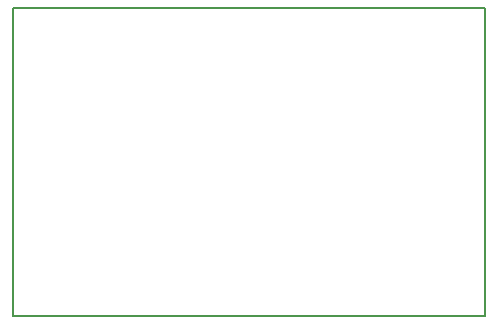
<source format=gko>
%FSLAX25Y25*%
%MOIN*%
G70*
G01*
G75*
G04 Layer_Color=16711935*
%ADD10R,0.10630X0.03937*%
%ADD11R,0.15748X0.17716*%
%ADD12R,0.14410X0.09843*%
%ADD13R,0.14410X0.07874*%
%ADD14R,0.01969X0.06299*%
%ADD15R,0.03543X0.02126*%
%ADD16R,0.09843X0.14410*%
%ADD17R,0.07874X0.14410*%
%ADD18R,0.06299X0.01969*%
%ADD19R,0.02126X0.03543*%
%ADD20C,0.01000*%
%ADD21C,0.02000*%
%ADD22C,0.00800*%
%ADD23R,0.05400X0.12900*%
%ADD24R,0.21600X0.06537*%
%ADD25C,0.00500*%
%ADD26C,0.05906*%
%ADD27R,0.05906X0.05906*%
%ADD28O,0.10000X0.06000*%
%ADD29R,0.10000X0.06000*%
%ADD30C,0.04000*%
%ADD31C,0.02000*%
%ADD32C,0.03000*%
%ADD33R,0.02756X0.03347*%
%ADD34R,0.03347X0.02756*%
%ADD35R,0.05118X0.03937*%
%ADD36R,0.13386X0.07087*%
%ADD37O,0.02756X0.01181*%
%ADD38O,0.01181X0.02756*%
%ADD39R,0.11430X0.04737*%
%ADD40R,0.16548X0.18517*%
%ADD41R,0.15210X0.10642*%
%ADD42R,0.15210X0.08674*%
%ADD43R,0.02769X0.07099*%
%ADD44R,0.04343X0.02926*%
%ADD45R,0.10642X0.15210*%
%ADD46R,0.08674X0.15210*%
%ADD47R,0.07099X0.02769*%
%ADD48R,0.02926X0.04343*%
%ADD49C,0.06706*%
%ADD50R,0.06706X0.06706*%
%ADD51O,0.10800X0.06800*%
%ADD52R,0.10800X0.06800*%
%ADD53R,0.03556X0.04147*%
%ADD54R,0.04147X0.03556*%
%ADD55R,0.05918X0.04737*%
%ADD56R,0.14186X0.07887*%
%ADD57O,0.03556X0.01981*%
%ADD58O,0.01981X0.03556*%
%ADD59C,0.00984*%
%ADD60C,0.00787*%
D25*
X0Y0D02*
Y102362D01*
Y0D02*
X157480D01*
Y102362D01*
X0D02*
X157480D01*
X0D02*
X157480D01*
Y0D02*
Y102362D01*
X0Y0D02*
X157480D01*
X0D02*
Y102362D01*
M02*

</source>
